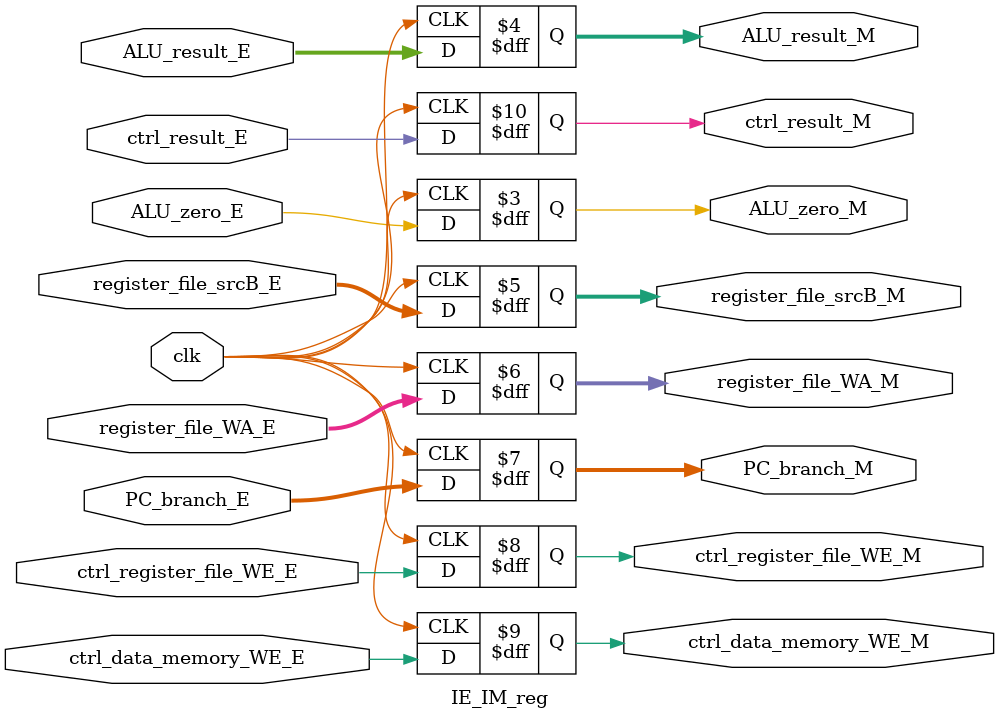
<source format=v>

module IE_IM_reg (
    input clk,
    input ALU_zero_E,
    input [31:0] ALU_result_E,
    input [31:0] register_file_srcB_E,
    input [4:0] register_file_WA_E,
    input [31:0] PC_branch_E,
    input ctrl_register_file_WE_E,
    input ctrl_data_memory_WE_E,
    input ctrl_result_E,
    output reg ALU_zero_M,
    output reg [31:0] ALU_result_M,
    output reg [31:0] register_file_srcB_M,
    output reg [4:0] register_file_WA_M,
    output reg [31:0] PC_branch_M,
    output reg ctrl_register_file_WE_M,
    output reg ctrl_data_memory_WE_M,
    output reg ctrl_result_M
);

initial begin
    ALU_zero_M = 0;
    ALU_result_M = 0;
    register_file_srcB_M = 0;
    register_file_WA_M = 0;
    PC_branch_M = 0;
    ctrl_register_file_WE_M = 0;
    ctrl_data_memory_WE_M = 0;
    ctrl_result_M = 0;
end

always @(posedge clk) begin
    ALU_zero_M <= ALU_zero_E;
    ALU_result_M <= ALU_result_E;
    register_file_srcB_M <= register_file_srcB_E;
    register_file_WA_M <= register_file_WA_E;
    PC_branch_M <= PC_branch_E;
    ctrl_register_file_WE_M <= ctrl_register_file_WE_E;
    ctrl_data_memory_WE_M <= ctrl_data_memory_WE_E;
    ctrl_result_M <= ctrl_result_E;
end

endmodule
</source>
